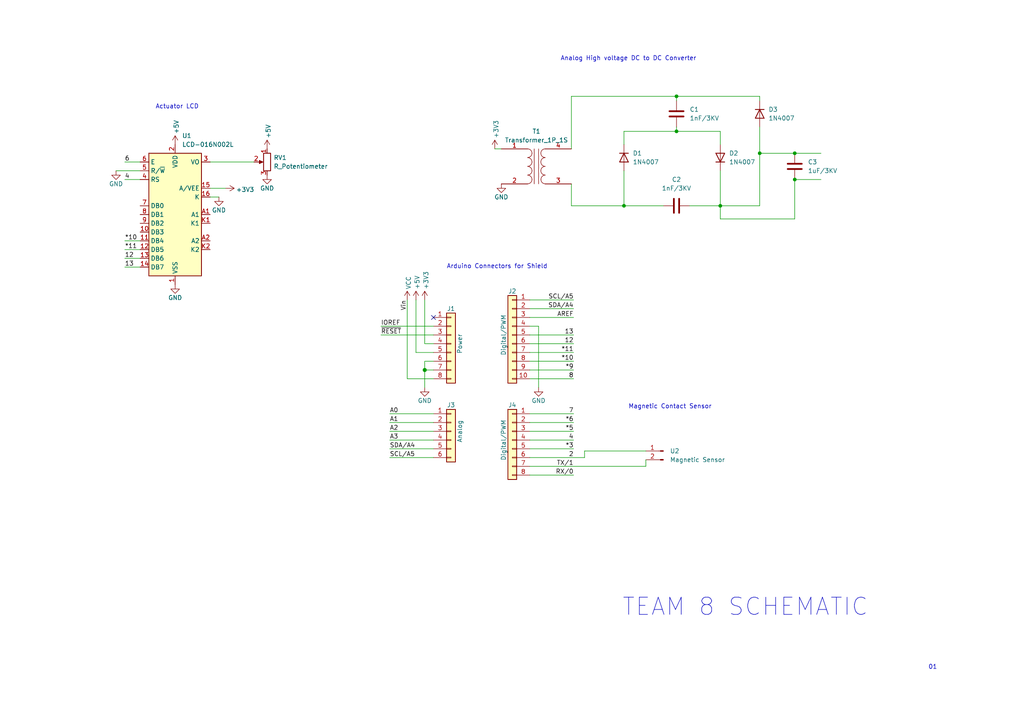
<source format=kicad_sch>
(kicad_sch (version 20211123) (generator eeschema)
  (paper "A4")
  (title_block (title "Stun Gun Safe") (date "2022-11-02") (rev "02"))
  (lib_symbols
    (symbol "Connector:Conn_01x02_Male" (pin_names (offset 1.016) hide)
      (property "Reference" "J" (at 0 2.54 0))
      (property "Value" "Conn_01x02_Male" (at 0 -5.08 0))
      (symbol "Conn_01x02_Male_1_1"
        (polyline (pts (xy 1.27 -2.54) (xy 0.8636 -2.54)) (stroke (width 0.1524)))
        (polyline (pts (xy 1.27 0) (xy 0.8636 0)) (stroke (width 0.1524)))
        (rectangle (start 0.8636 -2.413) (end 0 -2.667) (stroke (width 0.1524)) (fill (type outline)))
        (rectangle (start 0.8636 0.127) (end 0 -0.127) (stroke (width 0.1524)) (fill (type outline)))
        (pin passive line (at 5.08 0 180) (length 3.81) (name "Pin_1") (number "1"))
        (pin passive line (at 5.08 -2.54 180) (length 3.81) (name "Pin_2") (number "2"))
      )
    )
    (symbol "Connector_Generic:Conn_01x06" (pin_names (offset 1.016) hide)
      (property "Reference" "J" (at 0 7.62 0))
      (property "Value" "Conn_01x06" (at 0 -10.16 0))
      (symbol "Conn_01x06_1_1"
        (rectangle (start -1.27 -7.493) (end 0 -7.747) (stroke (width 0.1524)))
        (rectangle (start -1.27 -4.953) (end 0 -5.207) (stroke (width 0.1524)))
        (rectangle (start -1.27 -2.413) (end 0 -2.667) (stroke (width 0.1524)))
        (rectangle (start -1.27 0.127) (end 0 -0.127) (stroke (width 0.1524)))
        (rectangle (start -1.27 2.667) (end 0 2.413) (stroke (width 0.1524)))
        (rectangle (start -1.27 5.207) (end 0 4.953) (stroke (width 0.1524)))
        (rectangle (start -1.27 6.35) (end 1.27 -8.89) (stroke (width 0.254)) (fill (type background)))
        (pin passive line (at -5.08 5.08 0) (length 3.81) (name "Pin_1") (number "1"))
        (pin passive line (at -5.08 2.54 0) (length 3.81) (name "Pin_2") (number "2"))
        (pin passive line (at -5.08 0 0) (length 3.81) (name "Pin_3") (number "3"))
        (pin passive line (at -5.08 -2.54 0) (length 3.81) (name "Pin_4") (number "4"))
        (pin passive line (at -5.08 -5.08 0) (length 3.81) (name "Pin_5") (number "5"))
        (pin passive line (at -5.08 -7.62 0) (length 3.81) (name "Pin_6") (number "6"))
      )
    )
    (symbol "Connector_Generic:Conn_01x08" (pin_names (offset 1.016) hide)
      (property "Reference" "J" (at 0 10.16 0))
      (property "Value" "Conn_01x08" (at 0 -12.7 0))
      (symbol "Conn_01x08_1_1"
        (rectangle (start -1.27 -10.033) (end 0 -10.287) (stroke (width 0.1524)))
        (rectangle (start -1.27 -7.493) (end 0 -7.747) (stroke (width 0.1524)))
        (rectangle (start -1.27 -4.953) (end 0 -5.207) (stroke (width 0.1524)))
        (rectangle (start -1.27 -2.413) (end 0 -2.667) (stroke (width 0.1524)))
        (rectangle (start -1.27 0.127) (end 0 -0.127) (stroke (width 0.1524)))
        (rectangle (start -1.27 2.667) (end 0 2.413) (stroke (width 0.1524)))
        (rectangle (start -1.27 5.207) (end 0 4.953) (stroke (width 0.1524)))
        (rectangle (start -1.27 7.747) (end 0 7.493) (stroke (width 0.1524)))
        (rectangle (start -1.27 8.89) (end 1.27 -11.43) (stroke (width 0.254)) (fill (type background)))
        (pin passive line (at -5.08 7.62 0) (length 3.81) (name "Pin_1") (number "1"))
        (pin passive line (at -5.08 5.08 0) (length 3.81) (name "Pin_2") (number "2"))
        (pin passive line (at -5.08 2.54 0) (length 3.81) (name "Pin_3") (number "3"))
        (pin passive line (at -5.08 0 0) (length 3.81) (name "Pin_4") (number "4"))
        (pin passive line (at -5.08 -2.54 0) (length 3.81) (name "Pin_5") (number "5"))
        (pin passive line (at -5.08 -5.08 0) (length 3.81) (name "Pin_6") (number "6"))
        (pin passive line (at -5.08 -7.62 0) (length 3.81) (name "Pin_7") (number "7"))
        (pin passive line (at -5.08 -10.16 0) (length 3.81) (name "Pin_8") (number "8"))
      )
    )
    (symbol "Connector_Generic:Conn_01x10" (pin_names (offset 1.016) hide)
      (property "Reference" "J" (at 0 12.7 0))
      (property "Value" "Conn_01x10" (at 0 -15.24 0))
      (symbol "Conn_01x10_1_1"
        (rectangle (start -1.27 -12.573) (end 0 -12.827) (stroke (width 0.1524)))
        (rectangle (start -1.27 -10.033) (end 0 -10.287) (stroke (width 0.1524)))
        (rectangle (start -1.27 -7.493) (end 0 -7.747) (stroke (width 0.1524)))
        (rectangle (start -1.27 -4.953) (end 0 -5.207) (stroke (width 0.1524)))
        (rectangle (start -1.27 -2.413) (end 0 -2.667) (stroke (width 0.1524)))
        (rectangle (start -1.27 0.127) (end 0 -0.127) (stroke (width 0.1524)))
        (rectangle (start -1.27 2.667) (end 0 2.413) (stroke (width 0.1524)))
        (rectangle (start -1.27 5.207) (end 0 4.953) (stroke (width 0.1524)))
        (rectangle (start -1.27 7.747) (end 0 7.493) (stroke (width 0.1524)))
        (rectangle (start -1.27 10.287) (end 0 10.033) (stroke (width 0.1524)))
        (rectangle (start -1.27 11.43) (end 1.27 -13.97) (stroke (width 0.254)) (fill (type background)))
        (pin passive line (at -5.08 10.16 0) (length 3.81) (name "Pin_1") (number "1"))
        (pin passive line (at -5.08 -12.7 0) (length 3.81) (name "Pin_10") (number "10"))
        (pin passive line (at -5.08 7.62 0) (length 3.81) (name "Pin_2") (number "2"))
        (pin passive line (at -5.08 5.08 0) (length 3.81) (name "Pin_3") (number "3"))
        (pin passive line (at -5.08 2.54 0) (length 3.81) (name "Pin_4") (number "4"))
        (pin passive line (at -5.08 0 0) (length 3.81) (name "Pin_5") (number "5"))
        (pin passive line (at -5.08 -2.54 0) (length 3.81) (name "Pin_6") (number "6"))
        (pin passive line (at -5.08 -5.08 0) (length 3.81) (name "Pin_7") (number "7"))
        (pin passive line (at -5.08 -7.62 0) (length 3.81) (name "Pin_8") (number "8"))
        (pin passive line (at -5.08 -10.16 0) (length 3.81) (name "Pin_9") (number "9"))
      )
    )
    (symbol "Device:C" (pin_numbers hide) (pin_names (offset 0.254))
      (property "Reference" "C" (at 0.635 2.54 0))
      (property "Value" "C" (at 0.635 -2.54 0))
      (symbol "C_0_1"
        (polyline (pts (xy -2.032 -0.762) (xy 2.032 -0.762)) (stroke (width 0.508)))
        (polyline (pts (xy -2.032 0.762) (xy 2.032 0.762)) (stroke (width 0.508)))
      )
      (symbol "C_1_1"
        (pin passive line (at 0 3.81 270) (length 2.794) (name "~") (number "1"))
        (pin passive line (at 0 -3.81 90) (length 2.794) (name "~") (number "2"))
      )
    )
    (symbol "Device:D" (pin_numbers hide) (pin_names (offset 1.016) hide)
      (property "Reference" "D" (at 0 2.54 0))
      (property "Value" "D" (at 0 -2.54 0))
      (symbol "D_0_1"
        (polyline (pts (xy -1.27 1.27) (xy -1.27 -1.27)) (stroke (width 0.254)))
        (polyline (pts (xy 1.27 0) (xy -1.27 0)))
        (polyline (pts (xy 1.27 1.27) (xy 1.27 -1.27) (xy -1.27 0) (xy 1.27 1.27)) (stroke (width 0.254)))
      )
      (symbol "D_1_1"
        (pin passive line (at -3.81 0 0) (length 2.54) (name "K") (number "1"))
        (pin passive line (at 3.81 0 180) (length 2.54) (name "A") (number "2"))
      )
    )
    (symbol "Device:R_Potentiometer" (pin_names (offset 1.016) hide)
      (property "Reference" "RV" (at -4.445 0 90))
      (property "Value" "R_Potentiometer" (at -2.54 0 90))
      (symbol "R_Potentiometer_0_1"
        (polyline (pts (xy 2.54 0) (xy 1.524 0)))
        (polyline (pts (xy 1.143 0) (xy 2.286 0.508) (xy 2.286 -0.508) (xy 1.143 0)) (fill (type outline)))
        (rectangle (start 1.016 2.54) (end -1.016 -2.54) (stroke (width 0.254)))
      )
      (symbol "R_Potentiometer_1_1"
        (pin passive line (at 0 3.81 270) (length 1.27) (name "1") (number "1"))
        (pin passive line (at 3.81 0 180) (length 1.27) (name "2") (number "2"))
        (pin passive line (at 0 -3.81 90) (length 1.27) (name "3") (number "3"))
      )
    )
    (symbol "Device:Transformer_1P_1S" (pin_names (offset 1.016) hide)
      (property "Reference" "T" (at 0 6.35 0))
      (property "Value" "Transformer_1P_1S" (at 0 -7.62 0))
      (symbol "Transformer_1P_1S_0_1"
        (arc (start -2.54 -5.0546) (mid -1.6599 -4.6901) (end -1.27 -3.81))
        (arc (start -2.54 -2.5146) (mid -1.6599 -2.1501) (end -1.27 -1.27))
        (arc (start -2.54 0.0254) (mid -1.6599 0.3899) (end -1.27 1.27))
        (arc (start -2.54 2.5654) (mid -1.6599 2.9299) (end -1.27 3.81))
        (arc (start -1.27 -3.81) (mid -1.642 -2.912) (end -2.54 -2.54))
        (arc (start -1.27 -1.27) (mid -1.642 -0.372) (end -2.54 0))
        (arc (start -1.27 1.27) (mid -1.642 2.168) (end -2.54 2.54))
        (arc (start -1.27 3.81) (mid -1.642 4.708) (end -2.54 5.08))
        (polyline (pts (xy -0.635 5.08) (xy -0.635 -5.08)))
        (polyline (pts (xy 0.635 -5.08) (xy 0.635 5.08)))
        (arc (start 1.2954 -1.27) (mid 1.6599 -2.1501) (end 2.54 -2.5146))
        (arc (start 1.2954 1.27) (mid 1.6599 0.3899) (end 2.54 0.0254))
        (arc (start 1.2954 3.81) (mid 1.6599 2.9299) (end 2.54 2.5654))
        (arc (start 1.3208 -3.81) (mid 1.6853 -4.6901) (end 2.5654 -5.0546))
        (arc (start 2.54 0) (mid 1.642 -0.372) (end 1.2954 -1.27))
        (arc (start 2.54 2.54) (mid 1.642 2.168) (end 1.2954 1.27))
        (arc (start 2.54 5.08) (mid 1.642 4.708) (end 1.2954 3.81))
        (arc (start 2.5654 -2.54) (mid 1.6674 -2.912) (end 1.3208 -3.81))
      )
      (symbol "Transformer_1P_1S_1_1"
        (pin passive line (at -10.16 5.08 0) (length 7.62) (name "AA") (number "1"))
        (pin passive line (at -10.16 -5.08 0) (length 7.62) (name "AB") (number "2"))
        (pin passive line (at 10.16 -5.08 180) (length 7.62) (name "SA") (number "3"))
        (pin passive line (at 10.16 5.08 180) (length 7.62) (name "SB") (number "4"))
      )
    )
    (symbol "Display_Character:LCD-016N002L"
      (property "Reference" "U" (at -6.35 18.796 0))
      (property "Value" "LCD-016N002L" (at 8.636 18.796 0))
      (symbol "LCD-016N002L_1_1"
        (rectangle (start -7.62 17.78) (end 7.62 -17.78) (stroke (width 0.254)) (fill (type background)))
        (pin power_in line (at 0 -20.32 90) (length 2.54) (name "VSS") (number "1"))
        (pin bidirectional line (at -10.16 -5.08 0) (length 2.54) (name "DB3") (number "10"))
        (pin bidirectional line (at -10.16 -7.62 0) (length 2.54) (name "DB4") (number "11"))
        (pin bidirectional line (at -10.16 -10.16 0) (length 2.54) (name "DB5") (number "12"))
        (pin bidirectional line (at -10.16 -12.7 0) (length 2.54) (name "DB6") (number "13"))
        (pin bidirectional line (at -10.16 -15.24 0) (length 2.54) (name "DB7") (number "14"))
        (pin power_in line (at 10.16 7.62 180) (length 2.54) (name "A/VEE") (number "15"))
        (pin power_in line (at 10.16 5.08 180) (length 2.54) (name "K") (number "16"))
        (pin power_in line (at 0 20.32 270) (length 2.54) (name "VDD") (number "2"))
        (pin input line (at 10.16 15.24 180) (length 2.54) (name "VO") (number "3"))
        (pin input line (at -10.16 10.16 0) (length 2.54) (name "RS") (number "4"))
        (pin input line (at -10.16 12.7 0) (length 2.54) (name "R/~{W}") (number "5"))
        (pin input line (at -10.16 15.24 0) (length 2.54) (name "E") (number "6"))
        (pin bidirectional line (at -10.16 2.54 0) (length 2.54) (name "DB0") (number "7"))
        (pin bidirectional line (at -10.16 0 0) (length 2.54) (name "DB1") (number "8"))
        (pin bidirectional line (at -10.16 -2.54 0) (length 2.54) (name "DB2") (number "9"))
        (pin power_in line (at 10.16 0 180) (length 2.54) (name "A1") (number "A1"))
        (pin power_in line (at 10.16 -7.62 180) (length 2.54) (name "A2") (number "A2"))
        (pin power_in line (at 10.16 -2.54 180) (length 2.54) (name "K1") (number "K1"))
        (pin power_in line (at 10.16 -10.16 180) (length 2.54) (name "K2") (number "K2"))
      )
    )
    (symbol "power:+3V3" (power) (pin_names (offset 0))
      (property "Value" "+3V3" (at 0 3.556 0))
      (symbol "+3V3_0_1"
        (polyline (pts (xy -0.762 1.27) (xy 0 2.54)))
        (polyline (pts (xy 0 0) (xy 0 2.54)))
        (polyline (pts (xy 0 2.54) (xy 0.762 1.27)))
      )
      (symbol "+3V3_1_1"
        (pin power_in line (at 0 0 90) (length 0) hide (name "+3V3") (number "1"))
      )
    )
    (symbol "power:+5V" (power) (pin_names (offset 0))
      (property "Value" "+5V" (at 0 3.556 0))
      (symbol "+5V_0_1"
        (polyline (pts (xy -0.762 1.27) (xy 0 2.54)))
        (polyline (pts (xy 0 0) (xy 0 2.54)))
        (polyline (pts (xy 0 2.54) (xy 0.762 1.27)))
      )
      (symbol "+5V_1_1"
        (pin power_in line (at 0 0 90) (length 0) hide (name "+5V") (number "1"))
      )
    )
    (symbol "power:GND" (power) (pin_names (offset 0))
      (property "Value" "GND" (at 0 -3.81 0))
      (symbol "GND_0_1"
        (polyline (pts (xy 0 0) (xy 0 -1.27) (xy 1.27 -1.27) (xy 0 -2.54) (xy -1.27 -1.27) (xy 0 -1.27)))
      )
      (symbol "GND_1_1"
        (pin power_in line (at 0 0 270) (length 0) hide (name "GND") (number "1"))
      )
    )
    (symbol "power:VCC" (power) (pin_names (offset 0))
      (property "Value" "VCC" (at 0 3.81 0))
      (symbol "VCC_0_1"
        (polyline (pts (xy -0.762 1.27) (xy 0 2.54)))
        (polyline (pts (xy 0 0) (xy 0 2.54)))
        (polyline (pts (xy 0 2.54) (xy 0.762 1.27)))
      )
      (symbol "VCC_1_1"
        (pin power_in line (at 0 0 90) (length 0) hide (name "VCC") (number "1"))
      )
    )
  )
  (junction (at 123.19 107.315) (diameter 1.016))
  (junction (at 180.975 59.69))
  (junction (at 230.505 44.45))
  (junction (at 196.215 38.1))
  (junction (at 196.215 27.94))
  (junction (at 220.345 44.45))
  (junction (at 208.915 59.69))
  (junction (at 230.505 52.07))
  (no_connect (at 125.73 92.075))
  (wire (pts (xy 153.67 137.795) (xy 166.37 137.795)))
  (wire (pts (xy 165.735 53.34) (xy 165.735 59.69)))
  (wire (pts (xy 153.67 104.775) (xy 166.37 104.775)))
  (wire (pts (xy 187.325 133.35) (xy 187.325 135.255)))
  (wire (pts (xy 153.67 86.995) (xy 166.37 86.995)))
  (wire (pts (xy 63.5 57.15) (xy 60.96 57.15)))
  (wire (pts (xy 36.195 77.47) (xy 40.64 77.47)))
  (wire (pts (xy 165.735 59.69) (xy 180.975 59.69)))
  (wire (pts (xy 36.195 69.85) (xy 40.64 69.85)))
  (wire (pts (xy 220.345 59.69) (xy 220.345 44.45)))
  (wire (pts (xy 123.19 104.775) (xy 123.19 107.315)))
  (wire (pts (xy 113.03 132.715) (xy 125.73 132.715)))
  (wire (pts (xy 230.505 44.45) (xy 238.125 44.45)))
  (wire (pts (xy 123.19 107.315) (xy 123.19 112.395)))
  (wire (pts (xy 230.505 63.5) (xy 230.505 52.07)))
  (wire (pts (xy 123.19 99.695) (xy 125.73 99.695)))
  (wire (pts (xy 60.96 46.99) (xy 73.66 46.99)))
  (wire (pts (xy 196.215 27.94) (xy 165.735 27.94)))
  (wire (pts (xy 120.65 102.235) (xy 125.73 102.235)))
  (wire (pts (xy 196.215 27.94) (xy 220.345 27.94)))
  (wire (pts (xy 120.65 86.995) (xy 120.65 102.235)))
  (wire (pts (xy 153.67 97.155) (xy 166.37 97.155)))
  (wire (pts (xy 123.19 86.995) (xy 123.19 99.695)))
  (wire (pts (xy 153.67 120.015) (xy 166.37 120.015)))
  (wire (pts (xy 208.915 59.69) (xy 208.915 49.53)))
  (wire (pts (xy 125.73 120.015) (xy 113.03 120.015)))
  (wire (pts (xy 36.195 74.93) (xy 40.64 74.93)))
  (wire (pts (xy 153.67 99.695) (xy 166.37 99.695)))
  (wire (pts (xy 153.67 122.555) (xy 166.37 122.555)))
  (wire (pts (xy 143.51 43.18) (xy 145.415 43.18)))
  (wire (pts (xy 36.195 72.39) (xy 40.64 72.39)))
  (wire (pts (xy 196.215 36.83) (xy 196.215 38.1)))
  (wire (pts (xy 196.215 29.21) (xy 196.215 27.94)))
  (wire (pts (xy 153.67 107.315) (xy 166.37 107.315)))
  (wire (pts (xy 208.915 63.5) (xy 230.505 63.5)))
  (wire (pts (xy 220.345 27.94) (xy 220.345 29.21)))
  (wire (pts (xy 153.67 127.635) (xy 166.37 127.635)))
  (wire (pts (xy 36.195 52.07) (xy 40.64 52.07)))
  (wire (pts (xy 110.49 94.615) (xy 125.73 94.615)))
  (wire (pts (xy 200.025 59.69) (xy 208.915 59.69)))
  (wire (pts (xy 220.345 44.45) (xy 230.505 44.45)))
  (wire (pts (xy 208.915 59.69) (xy 220.345 59.69)))
  (wire (pts (xy 156.21 94.615) (xy 156.21 112.395)))
  (wire (pts (xy 230.505 52.07) (xy 238.125 52.07)))
  (wire (pts (xy 153.67 92.075) (xy 166.37 92.075)))
  (wire (pts (xy 33.655 49.53) (xy 40.64 49.53)))
  (wire (pts (xy 125.73 125.095) (xy 113.03 125.095)))
  (wire (pts (xy 110.49 97.155) (xy 125.73 97.155)))
  (wire (pts (xy 180.975 49.53) (xy 180.975 59.69)))
  (wire (pts (xy 125.73 107.315) (xy 123.19 107.315)))
  (wire (pts (xy 180.975 41.91) (xy 180.975 38.1)))
  (wire (pts (xy 65.405 54.61) (xy 60.96 54.61)))
  (wire (pts (xy 125.73 109.855) (xy 118.11 109.855)))
  (wire (pts (xy 113.03 122.555) (xy 125.73 122.555)))
  (wire (pts (xy 220.345 44.45) (xy 220.345 36.83)))
  (wire (pts (xy 153.67 94.615) (xy 156.21 94.615)))
  (wire (pts (xy 125.73 104.775) (xy 123.19 104.775)))
  (wire (pts (xy 180.975 38.1) (xy 196.215 38.1)))
  (wire (pts (xy 153.67 102.235) (xy 166.37 102.235)))
  (wire (pts (xy 208.915 59.69) (xy 208.915 63.5)))
  (wire (pts (xy 169.545 130.81) (xy 169.545 132.715)))
  (wire (pts (xy 153.67 125.095) (xy 166.37 125.095)))
  (wire (pts (xy 196.215 38.1) (xy 208.915 38.1)))
  (wire (pts (xy 113.03 127.635) (xy 125.73 127.635)))
  (wire (pts (xy 208.915 38.1) (xy 208.915 41.91)))
  (wire (pts (xy 180.975 59.69) (xy 192.405 59.69)))
  (wire (pts (xy 187.325 130.81) (xy 169.545 130.81)))
  (wire (pts (xy 153.67 89.535) (xy 166.37 89.535)))
  (wire (pts (xy 36.195 46.99) (xy 40.64 46.99)))
  (wire (pts (xy 165.735 27.94) (xy 165.735 43.18)))
  (wire (pts (xy 153.67 132.715) (xy 169.545 132.715)))
  (wire (pts (xy 153.67 130.175) (xy 166.37 130.175)))
  (wire (pts (xy 153.67 135.255) (xy 187.325 135.255)))
  (wire (pts (xy 118.11 109.855) (xy 118.11 86.995)))
  (wire (pts (xy 125.73 130.175) (xy 113.03 130.175)))
  (wire (pts (xy 153.67 109.855) (xy 166.37 109.855)))
  (text "Arduino Connectors for Shield\n" (at 129.54 78.105 0) (effects (font (size 1.27 1.27)) (justify left bottom)))
  (text "01" (at 269.24 194.31 0) (effects (font (size 1.27 1.27)) (justify left bottom)))
  (text "Actuator LCD" (at 45.085 31.75 0) (effects (font (size 1.27 1.27)) (justify left bottom)))
  (text "Analog High voltage DC to DC Converter" (at 162.56 17.78 0) (effects (font (size 1.27 1.27)) (justify left bottom)))
  (text "Magnetic Contact Sensor" (at 182.245 118.745 0) (effects (font (size 1.27 1.27)) (justify left bottom)))
  (text "TEAM 8 SCHEMATIC" (at 180.34 179.07 0) (effects (font (size 5 5)) (justify left bottom)))
  (text "\n" (at 219.71 194.31 0) (effects (font (size 1.27 1.27)) (justify left bottom)))
  (label "13" (at 36.195 77.47 0))
  (label "RX{slash}0" (at 166.37 137.795 180))
  (label "A2" (at 113.03 125.095 0))
  (label "4" (at 166.37 127.635 180))
  (label "2" (at 166.37 132.715 180))
  (label "A3" (at 113.03 127.635 0))
  (label "13" (at 166.37 97.155 180))
  (label "12" (at 166.37 99.695 180))
  (label "4" (at 36.195 52.07 0))
  (label "~{RESET}" (at 110.49 97.155 0))
  (label "*10" (at 166.37 104.775 180))
  (label "6" (at 36.195 46.99 0))
  (label "*11" (at 36.195 72.39 0))
  (label "7" (at 166.37 120.015 180))
  (label "SDA{slash}A4" (at 166.37 89.535 180))
  (label "8" (at 166.37 109.855 180))
  (label "*11" (at 166.37 102.235 180))
  (label "*3" (at 166.37 130.175 180))
  (label "A1" (at 113.03 122.555 0))
  (label "TX{slash}1" (at 166.37 135.255 180))
  (label "A0" (at 113.03 120.015 0))
  (label "AREF" (at 166.37 92.075 180))
  (label "*10" (at 36.195 69.85 0))
  (label "Vin" (at 118.11 86.995 270))
  (label "*6" (at 166.37 122.555 180))
  (label "SCL{slash}A5" (at 166.37 86.995 180))
  (label "*9" (at 166.37 107.315 180))
  (label "*5" (at 166.37 125.095 180))
  (label "IOREF" (at 110.49 94.615 0))
  (label "SDA{slash}A4" (at 113.03 130.175 0))
  (label "SCL{slash}A5" (at 113.03 132.715 0))
  (label "12" (at 36.195 74.93 0))
  (symbol (lib_id "Connector_Generic:Conn_01x08") (at 130.81 99.695 0) (unit 1)
    (property "Reference" "J1" (at 130.81 89.535 0))
    (property "Value" "Power" (at 133.35 99.695 90))
    (property "Footprint" "Connector_PinSocket_2.54mm:PinSocket_1x08_P2.54mm_Vertical" (effects hide))
  )
  (symbol (lib_id "power:+3V3") (at 123.19 86.995 0) (unit 1)
    (property "Reference" "#PWR03" (effects hide))
    (property "Value" "+3.3V" (at 123.571 83.947 90) (effects (justify left)))
  )
  (symbol (lib_id "power:+5V") (at 120.65 86.995 0) (unit 1)
    (property "Reference" "#PWR02" (effects hide))
    (property "Value" "+5V" (at 121.0056 83.947 90) (effects (justify left)))
  )
  (symbol (lib_id "power:GND") (at 123.19 112.395 0) (unit 1)
    (property "Reference" "#PWR04" (effects hide))
    (property "Value" "GND" (at 123.19 116.205 0))
  )
  (symbol (lib_id "Connector_Generic:Conn_01x10") (at 148.59 97.155 0) (mirror y) (unit 1)
    (property "Reference" "J2" (at 148.59 84.455 0))
    (property "Value" "Digital/PWM" (at 146.05 97.155 90))
    (property "Footprint" "Connector_PinSocket_2.54mm:PinSocket_1x10_P2.54mm_Vertical" (effects hide))
  )
  (symbol (lib_id "power:GND") (at 156.21 112.395 0) (unit 1)
    (property "Reference" "#PWR05" (effects hide))
    (property "Value" "GND" (at 156.21 116.205 0))
  )
  (symbol (lib_id "Connector_Generic:Conn_01x06") (at 130.81 125.095 0) (unit 1)
    (property "Reference" "J3" (at 130.81 117.475 0))
    (property "Value" "Analog" (at 133.35 125.095 90))
    (property "Footprint" "Connector_PinSocket_2.54mm:PinSocket_1x06_P2.54mm_Vertical" (effects hide))
  )
  (symbol (lib_id "Connector_Generic:Conn_01x08") (at 148.59 127.635 0) (mirror y) (unit 1)
    (property "Reference" "J4" (at 148.59 117.475 0))
    (property "Value" "Digital/PWM" (at 146.05 127.635 90))
    (property "Footprint" "Connector_PinSocket_2.54mm:PinSocket_1x08_P2.54mm_Vertical" (effects hide))
  )
  (symbol (lib_id "Connector:Conn_01x02_Male") (at 192.405 130.81 0) (mirror y) (unit 1)
    (property "Reference" "U2" (at 194.31 130.8099 0) (effects (justify right)))
    (property "Value" "Magnetic Sensor" (at 194.31 133.3499 0) (effects (justify right)))
  )
  (symbol (lib_id "Device:R_Potentiometer") (at 77.47 46.99 0) (mirror y) (unit 1)
    (property "Reference" "RV1" (at 79.375 45.7199 0) (effects (justify right)))
    (property "Value" "R_Potentiometer" (at 79.375 48.2599 0) (effects (justify right)))
    (property "Footprint" "Potentiometer_THT:Potentiometer_Piher_T-16L_Single_Vertical_Hole" (effects hide))
  )
  (symbol (lib_id "power:GND") (at 145.415 53.34 0) (unit 1)
    (property "Reference" "#PWR0108" (effects hide))
    (property "Value" "GND" (at 145.415 57.15 0))
  )
  (symbol (lib_id "power:GND") (at 77.47 50.8 0) (unit 1)
    (property "Reference" "#PWR0103" (effects hide))
    (property "Value" "GND" (at 77.47 54.61 0))
  )
  (symbol (lib_id "power:VCC") (at 118.11 86.995 0) (unit 1)
    (property "Reference" "#PWR01" (effects hide))
    (property "Value" "VCC" (at 118.491 83.947 90) (effects (justify left)))
  )
  (symbol (lib_id "power:GND") (at 33.655 49.53 0) (unit 1)
    (property "Reference" "#PWR0107" (effects hide))
    (property "Value" "GND" (at 33.655 53.34 0))
  )
  (symbol (lib_id "Device:C") (at 230.505 48.26 0) (unit 1)
    (property "Reference" "C3" (at 234.315 46.9899 0) (effects (justify left)))
    (property "Value" "1uF/3KV" (at 234.315 49.5299 0) (effects (justify left)))
    (property "Footprint" "Capacitor_SMD:C_0805_2012Metric" (effects hide))
  )
  (symbol (lib_id "Device:C") (at 196.215 59.69 90) (unit 1)
    (property "Reference" "C2" (at 196.215 52.07 90))
    (property "Value" "1nF/3KV" (at 196.215 54.61 90))
    (property "Footprint" "Capacitor_SMD:C_0805_2012Metric" (effects hide))
  )
  (symbol (lib_id "Device:Transformer_1P_1S") (at 155.575 48.26 0) (unit 1)
    (property "Reference" "T1" (at 155.5877 38.1 0))
    (property "Value" "Transformer_1P_1S" (at 155.5877 40.64 0))
    (property "Footprint" "Transformer_THT:Transformer_NF_ETAL_1-1_P1200" (effects hide))
  )
  (symbol (lib_id "Device:D") (at 220.345 33.02 270) (unit 1)
    (property "Reference" "D3" (at 222.885 31.7499 90) (effects (justify left)))
    (property "Value" "1N4007" (at 222.885 34.2899 90) (effects (justify left)))
    (property "Footprint" "Diode_THT:D_DO-41_SOD81_P7.62mm_Horizontal" (effects hide))
  )
  (symbol (lib_id "Device:C") (at 196.215 33.02 0) (unit 1)
    (property "Reference" "C1" (at 200.025 31.7499 0) (effects (justify left)))
    (property "Value" "1nF/3KV" (at 200.025 34.2899 0) (effects (justify left)))
    (property "Footprint" "Capacitor_SMD:C_0805_2012Metric" (effects hide))
  )
  (symbol (lib_id "Device:D") (at 208.915 45.72 90) (unit 1)
    (property "Reference" "D2" (at 211.455 44.4499 90) (effects (justify right)))
    (property "Value" "1N4007" (at 211.455 46.9899 90) (effects (justify right)))
    (property "Footprint" "Diode_THT:D_DO-41_SOD81_P7.62mm_Horizontal" (effects hide))
  )
  (symbol (lib_id "power:+3V3") (at 143.51 43.18 0) (unit 1)
    (property "Reference" "#PWR0109" (effects hide))
    (property "Value" "+3.3V" (at 143.891 40.132 90) (effects (justify left)))
  )
  (symbol (lib_id "Device:D") (at 180.975 45.72 270) (unit 1)
    (property "Reference" "D1" (at 183.515 44.4499 90) (effects (justify left)))
    (property "Value" "1N4007" (at 183.515 46.9899 90) (effects (justify left)))
    (property "Footprint" "Diode_THT:D_DO-41_SOD81_P7.62mm_Horizontal" (effects hide))
  )
  (symbol (lib_id "power:GND") (at 63.5 57.15 0) (unit 1)
    (property "Reference" "#PWR0106" (effects hide))
    (property "Value" "GND" (at 63.5 60.96 0))
  )
  (symbol (lib_id "power:GND") (at 50.8 82.55 0) (unit 1)
    (property "Reference" "#PWR0105" (effects hide))
    (property "Value" "GND" (at 50.8 86.36 0))
  )
  (symbol (lib_id "Display_Character:LCD-016N002L") (at 50.8 62.23 0) (unit 1)
    (property "Reference" "U1" (at 52.8194 39.37 0) (effects (justify left)))
    (property "Value" "LCD-016N002L" (at 52.8194 41.91 0) (effects (justify left)))
    (property "Footprint" "Display:LCD-016N002L" (effects hide))
    (property "Datasheet" "http://www.vishay.com/docs/37299/37299.pdf" (effects hide))
  )
  (symbol (lib_id "power:+3V3") (at 65.405 54.61 270) (unit 1)
    (property "Reference" "#PWR0102" (effects hide))
    (property "Value" "+3.3V" (at 68.453 54.991 90) (effects (justify left)))
  )
  (symbol (lib_id "power:+5V") (at 50.8 41.91 0) (unit 1)
    (property "Reference" "#PWR0104" (effects hide))
    (property "Value" "+5V" (at 51.1556 38.862 90) (effects (justify left)))
  )
  (symbol (lib_id "power:+5V") (at 77.47 43.18 0) (unit 1)
    (property "Reference" "#PWR0101" (effects hide))
    (property "Value" "+5V" (at 77.8256 40.132 90) (effects (justify left)))
  )
)
</source>
